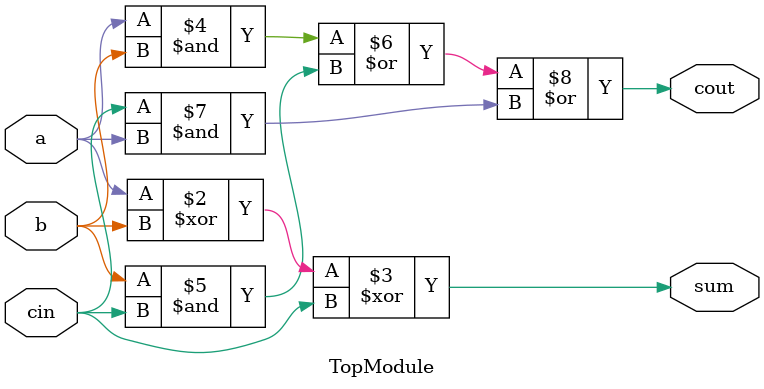
<source format=sv>
module TopModule (
    input  logic a,
    input  logic b,
    input  logic cin,
    output logic cout,
    output logic sum
);

    always @(*) begin
        // Full adder logic
        sum  = a ^ b ^ cin;
        cout = (a & b) | (b & cin) | (cin & a);
    end

endmodule
</source>
